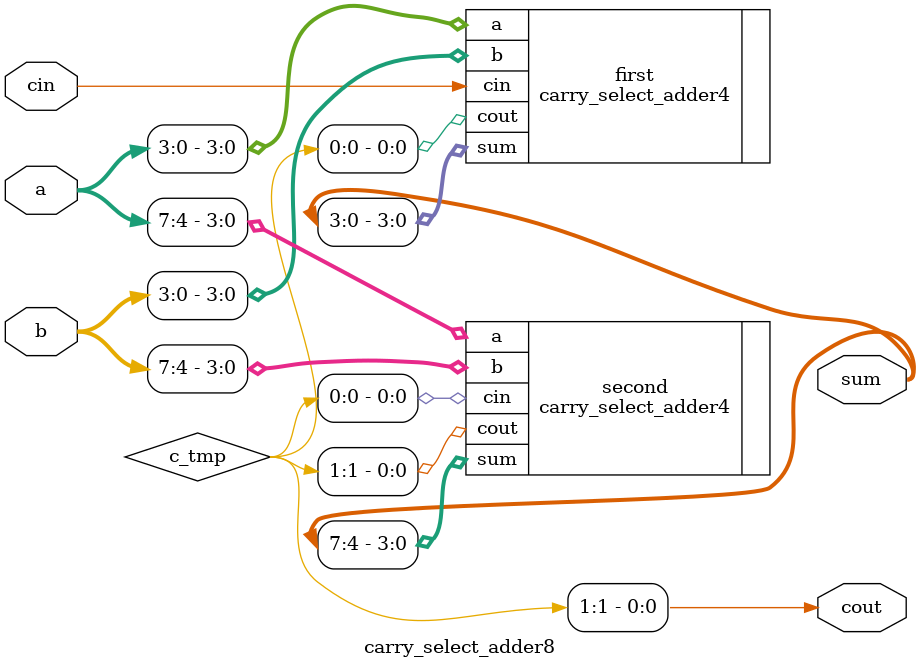
<source format=v>
module carry_select_adder8 (
    input [7:0] a,
    input [7:0] b,
    input cin,
    output cout,
    output [7:0] sum
);
    wire [1:0] c_tmp;

    carry_select_adder4 first(.a(a[3-:4]), .b(b[3-:4]), 
            .cin(cin), .cout(c_tmp[0]), .sum(sum[3-:4]));
    carry_select_adder4 second(.a(a[7-:4]), .b(b[7-:4]), 
            .cin(c_tmp[0]), .cout(c_tmp[1]), .sum(sum[7-:4]));
    
    assign cout=c_tmp[1];

endmodule
</source>
